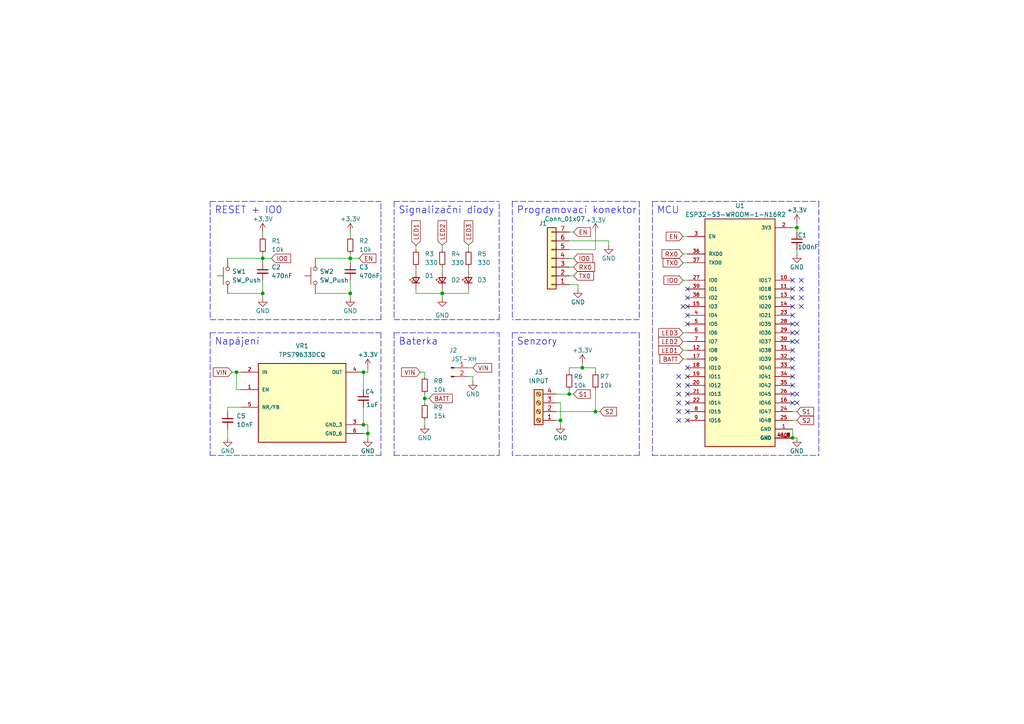
<source format=kicad_sch>
(kicad_sch (version 20211123) (generator eeschema)
  (paper "A4")
  (title_block (title "Sensor board") (date "2023-04-15") (rev "V1.0") (company "GORAK INDUSTRIES"))
  (lib_symbols
    (symbol "Connector:Conn_01x02_Male" (pin_names (offset 1.016) hide)
      (property "Reference" "J" (at 0 2.54 0))
      (property "Value" "Conn_01x02_Male" (at 0 -5.08 0))
      (symbol "Conn_01x02_Male_1_1"
        (polyline (pts (xy 1.27 -2.54) (xy 0.8636 -2.54)) (stroke (width 0.1524)))
        (polyline (pts (xy 1.27 0) (xy 0.8636 0)) (stroke (width 0.1524)))
        (rectangle (start 0.8636 -2.413) (end 0 -2.667) (stroke (width 0.1524)) (fill (type outline)))
        (rectangle (start 0.8636 0.127) (end 0 -0.127) (stroke (width 0.1524)) (fill (type outline)))
        (pin passive line (at 5.08 0 180) (length 3.81) (name "Pin_1") (number "1"))
        (pin passive line (at 5.08 -2.54 180) (length 3.81) (name "Pin_2") (number "2"))
      )
    )
    (symbol "Connector:Screw_Terminal_01x04" (pin_names (offset 1.016) hide)
      (property "Reference" "J" (at 0 5.08 0))
      (property "Value" "Screw_Terminal_01x04" (at 0 -7.62 0))
      (symbol "Screw_Terminal_01x04_1_1"
        (rectangle (start -1.27 3.81) (end 1.27 -6.35) (stroke (width 0.254)) (fill (type background)))
        (circle (center 0 -5.08) (radius 0.635) (stroke (width 0.1524)))
        (circle (center 0 -2.54) (radius 0.635) (stroke (width 0.1524)))
        (polyline (pts (xy -0.5334 -4.7498) (xy 0.3302 -5.588)) (stroke (width 0.1524)))
        (polyline (pts (xy -0.5334 -2.2098) (xy 0.3302 -3.048)) (stroke (width 0.1524)))
        (polyline (pts (xy -0.5334 0.3302) (xy 0.3302 -0.508)) (stroke (width 0.1524)))
        (polyline (pts (xy -0.5334 2.8702) (xy 0.3302 2.032)) (stroke (width 0.1524)))
        (polyline (pts (xy -0.3556 -4.572) (xy 0.508 -5.4102)) (stroke (width 0.1524)))
        (polyline (pts (xy -0.3556 -2.032) (xy 0.508 -2.8702)) (stroke (width 0.1524)))
        (polyline (pts (xy -0.3556 0.508) (xy 0.508 -0.3302)) (stroke (width 0.1524)))
        (polyline (pts (xy -0.3556 3.048) (xy 0.508 2.2098)) (stroke (width 0.1524)))
        (circle (center 0 0) (radius 0.635) (stroke (width 0.1524)))
        (circle (center 0 2.54) (radius 0.635) (stroke (width 0.1524)))
        (pin passive line (at -5.08 2.54 0) (length 3.81) (name "Pin_1") (number "1"))
        (pin passive line (at -5.08 0 0) (length 3.81) (name "Pin_2") (number "2"))
        (pin passive line (at -5.08 -2.54 0) (length 3.81) (name "Pin_3") (number "3"))
        (pin passive line (at -5.08 -5.08 0) (length 3.81) (name "Pin_4") (number "4"))
      )
    )
    (symbol "Connector_Generic:Conn_01x07" (pin_names (offset 1.016) hide)
      (property "Reference" "J" (at 0 10.16 0))
      (property "Value" "Conn_01x07" (at 0 -10.16 0))
      (symbol "Conn_01x07_1_1"
        (rectangle (start -1.27 -7.493) (end 0 -7.747) (stroke (width 0.1524)))
        (rectangle (start -1.27 -4.953) (end 0 -5.207) (stroke (width 0.1524)))
        (rectangle (start -1.27 -2.413) (end 0 -2.667) (stroke (width 0.1524)))
        (rectangle (start -1.27 0.127) (end 0 -0.127) (stroke (width 0.1524)))
        (rectangle (start -1.27 2.667) (end 0 2.413) (stroke (width 0.1524)))
        (rectangle (start -1.27 5.207) (end 0 4.953) (stroke (width 0.1524)))
        (rectangle (start -1.27 7.747) (end 0 7.493) (stroke (width 0.1524)))
        (rectangle (start -1.27 8.89) (end 1.27 -8.89) (stroke (width 0.254)) (fill (type background)))
        (pin passive line (at -5.08 7.62 0) (length 3.81) (name "Pin_1") (number "1"))
        (pin passive line (at -5.08 5.08 0) (length 3.81) (name "Pin_2") (number "2"))
        (pin passive line (at -5.08 2.54 0) (length 3.81) (name "Pin_3") (number "3"))
        (pin passive line (at -5.08 0 0) (length 3.81) (name "Pin_4") (number "4"))
        (pin passive line (at -5.08 -2.54 0) (length 3.81) (name "Pin_5") (number "5"))
        (pin passive line (at -5.08 -5.08 0) (length 3.81) (name "Pin_6") (number "6"))
        (pin passive line (at -5.08 -7.62 0) (length 3.81) (name "Pin_7") (number "7"))
      )
    )
    (symbol "Device:C_Small" (pin_numbers hide) (pin_names (offset 0.254) hide)
      (property "Reference" "C" (at 0.254 1.778 0))
      (property "Value" "C_Small" (at 0.254 -2.032 0))
      (symbol "C_Small_0_1"
        (polyline (pts (xy -1.524 -0.508) (xy 1.524 -0.508)) (stroke (width 0.3302)))
        (polyline (pts (xy -1.524 0.508) (xy 1.524 0.508)) (stroke (width 0.3048)))
      )
      (symbol "C_Small_1_1"
        (pin passive line (at 0 2.54 270) (length 2.032) (name "~") (number "1"))
        (pin passive line (at 0 -2.54 90) (length 2.032) (name "~") (number "2"))
      )
    )
    (symbol "Device:LED_Small" (pin_numbers hide) (pin_names (offset 0.254) hide)
      (property "Reference" "D" (at -1.27 3.175 0))
      (property "Value" "LED_Small" (at -4.445 -2.54 0))
      (symbol "LED_Small_0_1"
        (polyline (pts (xy -0.762 -1.016) (xy -0.762 1.016)) (stroke (width 0.254)))
        (polyline (pts (xy 1.016 0) (xy -0.762 0)))
        (polyline (pts (xy 0.762 -1.016) (xy -0.762 0) (xy 0.762 1.016) (xy 0.762 -1.016)) (stroke (width 0.254)))
        (polyline (pts (xy 0 0.762) (xy -0.508 1.27) (xy -0.254 1.27) (xy -0.508 1.27) (xy -0.508 1.016)))
        (polyline (pts (xy 0.508 1.27) (xy 0 1.778) (xy 0.254 1.778) (xy 0 1.778) (xy 0 1.524)))
      )
      (symbol "LED_Small_1_1"
        (pin passive line (at -2.54 0 0) (length 1.778) (name "K") (number "1"))
        (pin passive line (at 2.54 0 180) (length 1.778) (name "A") (number "2"))
      )
    )
    (symbol "Device:R_Small" (pin_numbers hide) (pin_names (offset 0.254) hide)
      (property "Reference" "R" (at 0.762 0.508 0))
      (property "Value" "R_Small" (at 0.762 -1.016 0))
      (symbol "R_Small_0_1"
        (rectangle (start -0.762 1.778) (end 0.762 -1.778) (stroke (width 0.2032)))
      )
      (symbol "R_Small_1_1"
        (pin passive line (at 0 2.54 270) (length 0.762) (name "~") (number "1"))
        (pin passive line (at 0 -2.54 90) (length 0.762) (name "~") (number "2"))
      )
    )
    (symbol "ESP32-S3-WROOM-1-N16R2:ESP32-S3-WROOM-1-N16R2" (pin_names (offset 1.016))
      (property "Reference" "U" (at -10.16 34.1122 0))
      (property "Value" "ESP32-S3-WROOM-1-N16R2" (at -10.16 -35.56 0))
      (symbol "ESP32-S3-WROOM-1-N16R2_0_0"
        (rectangle (start -10.16 -33.02) (end 10.16 33.02) (stroke (width 0.254)) (fill (type background)))
        (pin power_in line (at 15.24 -27.94 180) (length 5.08) (name "GND") (number "1"))
        (pin bidirectional line (at 15.24 15.24 180) (length 5.08) (name "IO17") (number "10"))
        (pin bidirectional line (at 15.24 12.7 180) (length 5.08) (name "IO18") (number "11"))
        (pin bidirectional line (at -15.24 -5.08 0) (length 5.08) (name "IO8") (number "12"))
        (pin bidirectional line (at 15.24 10.16 180) (length 5.08) (name "IO19") (number "13"))
        (pin bidirectional line (at 15.24 7.62 180) (length 5.08) (name "IO20") (number "14"))
        (pin bidirectional line (at -15.24 7.62 0) (length 5.08) (name "IO3") (number "15"))
        (pin bidirectional line (at 15.24 -20.32 180) (length 5.08) (name "IO46") (number "16"))
        (pin bidirectional line (at -15.24 -7.62 0) (length 5.08) (name "IO9") (number "17"))
        (pin bidirectional line (at -15.24 -10.16 0) (length 5.08) (name "IO10") (number "18"))
        (pin bidirectional line (at -15.24 -12.7 0) (length 5.08) (name "IO11") (number "19"))
        (pin power_in line (at 15.24 30.48 180) (length 5.08) (name "3V3") (number "2"))
        (pin bidirectional line (at -15.24 -15.24 0) (length 5.08) (name "IO12") (number "20"))
        (pin bidirectional line (at -15.24 -17.78 0) (length 5.08) (name "IO13") (number "21"))
        (pin bidirectional line (at -15.24 -20.32 0) (length 5.08) (name "IO14") (number "22"))
        (pin bidirectional line (at 15.24 5.08 180) (length 5.08) (name "IO21") (number "23"))
        (pin bidirectional line (at 15.24 -22.86 180) (length 5.08) (name "IO47") (number "24"))
        (pin bidirectional line (at 15.24 -25.4 180) (length 5.08) (name "IO48") (number "25"))
        (pin bidirectional line (at 15.24 -17.78 180) (length 5.08) (name "IO45") (number "26"))
        (pin bidirectional line (at -15.24 15.24 0) (length 5.08) (name "IO0") (number "27"))
        (pin bidirectional line (at 15.24 2.54 180) (length 5.08) (name "IO35") (number "28"))
        (pin bidirectional line (at 15.24 0 180) (length 5.08) (name "IO36") (number "29"))
        (pin input line (at -15.24 27.94 0) (length 5.08) (name "EN") (number "3"))
        (pin bidirectional line (at 15.24 -2.54 180) (length 5.08) (name "IO37") (number "30"))
        (pin bidirectional line (at 15.24 -5.08 180) (length 5.08) (name "IO38") (number "31"))
        (pin bidirectional line (at 15.24 -7.62 180) (length 5.08) (name "IO39") (number "32"))
        (pin bidirectional line (at 15.24 -10.16 180) (length 5.08) (name "IO40") (number "33"))
        (pin bidirectional line (at 15.24 -12.7 180) (length 5.08) (name "IO41") (number "34"))
        (pin bidirectional line (at 15.24 -15.24 180) (length 5.08) (name "IO42") (number "35"))
        (pin bidirectional line (at -15.24 22.86 0) (length 5.08) (name "RXD0") (number "36"))
        (pin bidirectional line (at -15.24 20.32 0) (length 5.08) (name "TXD0") (number "37"))
        (pin bidirectional line (at -15.24 10.16 0) (length 5.08) (name "IO2") (number "38"))
        (pin bidirectional line (at -15.24 12.7 0) (length 5.08) (name "IO1") (number "39"))
        (pin bidirectional line (at -15.24 5.08 0) (length 5.08) (name "IO4") (number "4"))
        (pin power_in line (at 15.24 -30.48 180) (length 5.08) (name "GND") (number "40"))
        (pin power_in line (at 15.24 -30.48 180) (length 5.08) (name "GND") (number "41_1"))
        (pin power_in line (at 15.24 -30.48 180) (length 5.08) (name "GND") (number "41_2"))
        (pin power_in line (at 15.24 -30.48 180) (length 5.08) (name "GND") (number "41_3"))
        (pin power_in line (at 15.24 -30.48 180) (length 5.08) (name "GND") (number "41_4"))
        (pin power_in line (at 15.24 -30.48 180) (length 5.08) (name "GND") (number "41_5"))
        (pin power_in line (at 15.24 -30.48 180) (length 5.08) (name "GND") (number "41_6"))
        (pin power_in line (at 15.24 -30.48 180) (length 5.08) (name "GND") (number "41_7"))
        (pin power_in line (at 15.24 -30.48 180) (length 5.08) (name "GND") (number "41_8"))
        (pin power_in line (at 15.24 -30.48 180) (length 5.08) (name "GND") (number "41_9"))
        (pin bidirectional line (at -15.24 2.54 0) (length 5.08) (name "IO5") (number "5"))
        (pin bidirectional line (at -15.24 0 0) (length 5.08) (name "IO6") (number "6"))
        (pin bidirectional line (at -15.24 -2.54 0) (length 5.08) (name "IO7") (number "7"))
        (pin bidirectional line (at -15.24 -22.86 0) (length 5.08) (name "IO15") (number "8"))
        (pin bidirectional line (at -15.24 -25.4 0) (length 5.08) (name "IO16") (number "9"))
      )
    )
    (symbol "Switch:SW_Push" (pin_numbers hide) (pin_names (offset 1.016) hide)
      (property "Reference" "SW" (at 1.27 2.54 0))
      (property "Value" "SW_Push" (at 0 -1.524 0))
      (symbol "SW_Push_0_1"
        (circle (center -2.032 0) (radius 0.508))
        (polyline (pts (xy 0 1.27) (xy 0 3.048)))
        (polyline (pts (xy 2.54 1.27) (xy -2.54 1.27)))
        (circle (center 2.032 0) (radius 0.508))
        (pin passive line (at -5.08 0 0) (length 2.54) (name "1") (number "1"))
        (pin passive line (at 5.08 0 180) (length 2.54) (name "2") (number "2"))
      )
    )
    (symbol "TP4056:TPS79633DCQ" (pin_names (offset 1.016))
      (property "Reference" "VR" (at -12.7 11.16 0))
      (property "Value" "TPS79633DCQ" (at -12.7 -14.16 0))
      (symbol "TPS79633DCQ_0_0"
        (rectangle (start -12.7 -12.7) (end 12.7 10.16) (stroke (width 0.254)) (fill (type background)))
        (pin input line (at -17.78 2.54 0) (length 5.08) (name "EN") (number "1"))
        (pin input line (at -17.78 7.62 0) (length 5.08) (name "IN") (number "2"))
        (pin power_in line (at 17.78 -7.62 180) (length 5.08) (name "GND_3") (number "3"))
        (pin output line (at 17.78 7.62 180) (length 5.08) (name "OUT") (number "4"))
        (pin bidirectional line (at -17.78 -2.54 0) (length 5.08) (name "NR/FB") (number "5"))
        (pin power_in line (at 17.78 -10.16 180) (length 5.08) (name "GND_6") (number "6"))
      )
    )
    (symbol "power:+3.3V" (power) (pin_names (offset 0))
      (property "Value" "+3.3V" (at 0 3.556 0))
      (symbol "+3.3V_0_1"
        (polyline (pts (xy -0.762 1.27) (xy 0 2.54)))
        (polyline (pts (xy 0 0) (xy 0 2.54)))
        (polyline (pts (xy 0 2.54) (xy 0.762 1.27)))
      )
      (symbol "+3.3V_1_1"
        (pin power_in line (at 0 0 90) (length 0) hide (name "+3.3V") (number "1"))
      )
    )
    (symbol "power:GND" (power) (pin_names (offset 0))
      (property "Value" "GND" (at 0 -3.81 0))
      (symbol "GND_0_1"
        (polyline (pts (xy 0 0) (xy 0 -1.27) (xy 1.27 -1.27) (xy 0 -2.54) (xy -1.27 -1.27) (xy 0 -1.27)))
      )
      (symbol "GND_1_1"
        (pin power_in line (at 0 0 270) (length 0) hide (name "GND") (number "1"))
      )
    )
  )
  (junction (at 105.41 107.95))
  (junction (at 128.27 85.09))
  (junction (at 231.14 66.04))
  (junction (at 101.6 74.93))
  (junction (at 76.2 85.09))
  (junction (at 229.87 127))
  (junction (at 172.72 119.38))
  (junction (at 168.91 106.68))
  (junction (at 106.68 125.73))
  (junction (at 123.19 115.57))
  (junction (at 76.2 74.93))
  (junction (at 162.56 121.92))
  (junction (at 165.1 114.3))
  (junction (at 101.6 85.09))
  (junction (at 68.58 107.95))
  (junction (at 105.41 123.19))
  (no_connect (at 229.87 109.22))
  (no_connect (at 229.87 104.14))
  (no_connect (at 229.87 106.68))
  (no_connect (at 229.87 81.28))
  (no_connect (at 229.87 83.82))
  (no_connect (at 229.87 101.6))
  (no_connect (at 229.87 111.76))
  (no_connect (at 229.87 88.9))
  (no_connect (at 229.87 86.36))
  (no_connect (at 229.87 91.44))
  (no_connect (at 229.87 99.06))
  (no_connect (at 199.39 116.84))
  (no_connect (at 229.87 93.98))
  (no_connect (at 199.39 121.92))
  (no_connect (at 199.39 88.9))
  (no_connect (at 199.39 83.82))
  (no_connect (at 199.39 114.3))
  (no_connect (at 199.39 111.76))
  (no_connect (at 199.39 119.38))
  (no_connect (at 199.39 109.22))
  (no_connect (at 231.14 114.3))
  (no_connect (at 229.87 114.3))
  (no_connect (at 198.12 88.9))
  (no_connect (at 229.87 116.84))
  (no_connect (at 199.39 106.68))
  (no_connect (at 231.14 96.52))
  (no_connect (at 199.39 93.98))
  (no_connect (at 199.39 91.44))
  (no_connect (at 196.85 111.76))
  (no_connect (at 196.85 114.3))
  (no_connect (at 196.85 109.22))
  (no_connect (at 196.85 119.38))
  (no_connect (at 196.85 116.84))
  (no_connect (at 232.41 83.82))
  (no_connect (at 232.41 88.9))
  (no_connect (at 232.41 86.36))
  (no_connect (at 232.41 81.28))
  (no_connect (at 196.85 121.92))
  (no_connect (at 231.14 93.98))
  (no_connect (at 199.39 86.36))
  (no_connect (at 229.87 96.52))
  (no_connect (at 231.14 116.84))
  (no_connect (at 231.14 99.06))
  (polyline (pts (xy 185.42 132.08) (xy 148.59 132.08)))
  (polyline (pts (xy 110.49 96.52) (xy 110.49 132.08)))
  (wire (pts (xy 128.27 85.09) (xy 128.27 86.36)))
  (polyline (pts (xy 60.96 96.52) (xy 110.49 96.52)))
  (polyline (pts (xy 189.23 58.42) (xy 237.49 58.42)))
  (wire (pts (xy 172.72 106.68) (xy 172.72 107.95)))
  (polyline (pts (xy 185.42 58.42) (xy 185.42 92.71)))
  (wire (pts (xy 198.12 81.28) (xy 199.39 81.28)))
  (wire (pts (xy 165.1 77.47) (xy 166.37 77.47)))
  (wire (pts (xy 101.6 74.93) (xy 101.6 76.2)))
  (polyline (pts (xy 60.96 96.52) (xy 60.96 132.08)))
  (wire (pts (xy 76.2 85.09) (xy 76.2 81.28)))
  (wire (pts (xy 123.19 115.57) (xy 123.19 116.84)))
  (polyline (pts (xy 189.23 58.42) (xy 189.23 132.08)))
  (wire (pts (xy 101.6 67.31) (xy 101.6 68.58)))
  (wire (pts (xy 66.04 85.09) (xy 76.2 85.09)))
  (wire (pts (xy 101.6 73.66) (xy 101.6 74.93)))
  (polyline (pts (xy 60.96 58.42) (xy 60.96 92.71)))
  (wire (pts (xy 161.29 114.3) (xy 165.1 114.3)))
  (wire (pts (xy 231.14 66.04) (xy 231.14 67.31)))
  (wire (pts (xy 198.12 76.2) (xy 199.39 76.2)))
  (wire (pts (xy 128.27 83.82) (xy 128.27 85.09)))
  (wire (pts (xy 229.87 66.04) (xy 231.14 66.04)))
  (wire (pts (xy 135.89 71.12) (xy 135.89 72.39)))
  (wire (pts (xy 229.87 127) (xy 231.14 127)))
  (wire (pts (xy 128.27 71.12) (xy 128.27 72.39)))
  (wire (pts (xy 128.27 77.47) (xy 128.27 78.74)))
  (wire (pts (xy 161.29 121.92) (xy 162.56 121.92)))
  (wire (pts (xy 68.58 107.95) (xy 69.85 107.95)))
  (wire (pts (xy 123.19 107.95) (xy 123.19 109.22)))
  (wire (pts (xy 231.14 64.77) (xy 231.14 66.04)))
  (polyline (pts (xy 60.96 58.42) (xy 110.49 58.42)))
  (wire (pts (xy 128.27 85.09) (xy 135.89 85.09)))
  (wire (pts (xy 120.65 77.47) (xy 120.65 78.74)))
  (polyline (pts (xy 148.59 58.42) (xy 185.42 58.42)))
  (wire (pts (xy 229.87 119.38) (xy 231.14 119.38)))
  (wire (pts (xy 76.2 74.93) (xy 78.74 74.93)))
  (wire (pts (xy 168.91 106.68) (xy 172.72 106.68)))
  (wire (pts (xy 66.04 118.11) (xy 66.04 119.38)))
  (polyline (pts (xy 148.59 58.42) (xy 148.59 92.71)))
  (wire (pts (xy 105.41 107.95) (xy 106.68 107.95)))
  (polyline (pts (xy 114.3 92.71) (xy 144.78 92.71)))
  (wire (pts (xy 123.19 115.57) (xy 124.46 115.57)))
  (polyline (pts (xy 185.42 96.52) (xy 185.42 132.08)))
  (wire (pts (xy 106.68 127) (xy 106.68 125.73)))
  (wire (pts (xy 162.56 121.92) (xy 162.56 123.19)))
  (wire (pts (xy 135.89 85.09) (xy 135.89 83.82)))
  (wire (pts (xy 123.19 114.3) (xy 123.19 115.57)))
  (wire (pts (xy 135.89 106.68) (xy 137.16 106.68)))
  (wire (pts (xy 137.16 109.22) (xy 137.16 110.49)))
  (wire (pts (xy 135.89 109.22) (xy 137.16 109.22)))
  (wire (pts (xy 165.1 67.31) (xy 166.37 67.31)))
  (wire (pts (xy 165.1 114.3) (xy 166.37 114.3)))
  (polyline (pts (xy 114.3 58.42) (xy 114.3 92.71)))
  (wire (pts (xy 165.1 72.39) (xy 172.72 72.39)))
  (wire (pts (xy 198.12 101.6) (xy 199.39 101.6)))
  (wire (pts (xy 198.12 96.52) (xy 199.39 96.52)))
  (wire (pts (xy 165.1 82.55) (xy 167.64 82.55)))
  (wire (pts (xy 172.72 119.38) (xy 173.99 119.38)))
  (wire (pts (xy 101.6 74.93) (xy 104.14 74.93)))
  (wire (pts (xy 105.41 118.11) (xy 105.41 123.19)))
  (polyline (pts (xy 114.3 132.08) (xy 144.78 132.08)))
  (wire (pts (xy 120.65 71.12) (xy 120.65 72.39)))
  (wire (pts (xy 120.65 83.82) (xy 120.65 85.09)))
  (wire (pts (xy 198.12 99.06) (xy 199.39 99.06)))
  (wire (pts (xy 68.58 107.95) (xy 68.58 113.03)))
  (wire (pts (xy 105.41 107.95) (xy 105.41 113.03)))
  (wire (pts (xy 168.91 105.41) (xy 168.91 106.68)))
  (wire (pts (xy 165.1 80.01) (xy 166.37 80.01)))
  (wire (pts (xy 167.64 82.55) (xy 167.64 83.82)))
  (wire (pts (xy 67.31 107.95) (xy 68.58 107.95)))
  (wire (pts (xy 176.53 69.85) (xy 165.1 69.85)))
  (wire (pts (xy 106.68 106.68) (xy 106.68 107.95)))
  (wire (pts (xy 198.12 68.58) (xy 199.39 68.58)))
  (wire (pts (xy 123.19 121.92) (xy 123.19 123.19)))
  (wire (pts (xy 172.72 72.39) (xy 172.72 67.31)))
  (wire (pts (xy 172.72 113.03) (xy 172.72 119.38)))
  (polyline (pts (xy 189.23 132.08) (xy 237.49 132.08)))
  (wire (pts (xy 66.04 118.11) (xy 69.85 118.11)))
  (polyline (pts (xy 114.3 58.42) (xy 144.78 58.42)))
  (wire (pts (xy 66.04 74.93) (xy 76.2 74.93)))
  (wire (pts (xy 69.85 113.03) (xy 68.58 113.03)))
  (wire (pts (xy 229.87 124.46) (xy 229.87 127)))
  (wire (pts (xy 162.56 116.84) (xy 162.56 121.92)))
  (polyline (pts (xy 114.3 96.52) (xy 144.78 96.52)))
  (wire (pts (xy 229.87 121.92) (xy 231.14 121.92)))
  (polyline (pts (xy 148.59 96.52) (xy 185.42 96.52)))
  (wire (pts (xy 76.2 86.36) (xy 76.2 85.09)))
  (wire (pts (xy 176.53 71.12) (xy 176.53 69.85)))
  (polyline (pts (xy 110.49 92.71) (xy 110.49 58.42)))
  (wire (pts (xy 120.65 85.09) (xy 128.27 85.09)))
  (wire (pts (xy 76.2 74.93) (xy 76.2 76.2)))
  (wire (pts (xy 91.44 85.09) (xy 101.6 85.09)))
  (polyline (pts (xy 114.3 96.52) (xy 114.3 132.08)))
  (polyline (pts (xy 185.42 92.71) (xy 148.59 92.71)))
  (wire (pts (xy 106.68 123.19) (xy 106.68 125.73)))
  (polyline (pts (xy 144.78 92.71) (xy 144.78 58.42)))
  (wire (pts (xy 76.2 67.31) (xy 76.2 68.58)))
  (polyline (pts (xy 60.96 132.08) (xy 110.49 132.08)))
  (polyline (pts (xy 148.59 96.52) (xy 148.59 132.08)))
  (polyline (pts (xy 144.78 132.08) (xy 144.78 96.52)))
  (wire (pts (xy 172.72 119.38) (xy 161.29 119.38)))
  (wire (pts (xy 198.12 73.66) (xy 199.39 73.66)))
  (wire (pts (xy 161.29 116.84) (xy 162.56 116.84)))
  (wire (pts (xy 165.1 107.95) (xy 165.1 106.68)))
  (wire (pts (xy 91.44 74.93) (xy 101.6 74.93)))
  (wire (pts (xy 165.1 106.68) (xy 168.91 106.68)))
  (wire (pts (xy 101.6 85.09) (xy 101.6 81.28)))
  (wire (pts (xy 165.1 74.93) (xy 166.37 74.93)))
  (wire (pts (xy 66.04 124.46) (xy 66.04 127)))
  (wire (pts (xy 165.1 113.03) (xy 165.1 114.3)))
  (wire (pts (xy 231.14 72.39) (xy 231.14 73.66)))
  (wire (pts (xy 76.2 73.66) (xy 76.2 74.93)))
  (polyline (pts (xy 60.96 92.71) (xy 110.49 92.71)))
  (polyline (pts (xy 237.49 58.42) (xy 237.49 132.08)))
  (wire (pts (xy 105.41 123.19) (xy 106.68 123.19)))
  (wire (pts (xy 101.6 86.36) (xy 101.6 85.09)))
  (wire (pts (xy 135.89 77.47) (xy 135.89 78.74)))
  (wire (pts (xy 198.12 104.14) (xy 199.39 104.14)))
  (wire (pts (xy 105.41 125.73) (xy 106.68 125.73)))
  (wire (pts (xy 121.92 107.95) (xy 123.19 107.95)))
  (text "Napájení\n" (at 62.23 100.33 0) (effects (font (size 2 2)) (justify left bottom)))
  (text "RESET + IO0\n" (at 62.23 62.23 0) (effects (font (size 2 2)) (justify left bottom)))
  (text "Programovací konektor\n" (at 149.86 62.23 0) (effects (font (size 2 2)) (justify left bottom)))
  (text "Baterka\n" (at 115.57 100.33 0) (effects (font (size 2 2)) (justify left bottom)))
  (text "MCU\n" (at 190.5 62.23 0) (effects (font (size 2 2)) (justify left bottom)))
  (text "Signalizační diody\n" (at 115.57 62.23 0) (effects (font (size 2 2)) (justify left bottom)))
  (text "Senzory\n" (at 149.86 100.33 0) (effects (font (size 2 2)) (justify left bottom)))
  (global_label "RX0" (shape input) (at 166.37 77.47 0) (property "Intersheet References" "${INTERSHEET_REFS}" (effects hide)))
  (global_label "S1" (shape input) (at 231.14 119.38 0) (property "Intersheet References" "${INTERSHEET_REFS}" (effects hide)))
  (global_label "VIN" (shape input) (at 67.31 107.95 180) (property "Intersheet References" "${INTERSHEET_REFS}" (effects hide)))
  (global_label "TX0" (shape input) (at 198.12 76.2 180) (property "Intersheet References" "${INTERSHEET_REFS}" (effects hide)))
  (global_label "LED2" (shape input) (at 128.27 71.12 90) (property "Intersheet References" "${INTERSHEET_REFS}" (effects hide)))
  (global_label "LED1" (shape input) (at 120.65 71.12 90) (property "Intersheet References" "${INTERSHEET_REFS}" (effects hide)))
  (global_label "EN" (shape input) (at 104.14 74.93 0) (property "Intersheet References" "${INTERSHEET_REFS}" (effects hide)))
  (global_label "VIN" (shape input) (at 121.92 107.95 180) (property "Intersheet References" "${INTERSHEET_REFS}" (effects hide)))
  (global_label "LED3" (shape input) (at 198.12 96.52 180) (property "Intersheet References" "${INTERSHEET_REFS}" (effects hide)))
  (global_label "IO0" (shape input) (at 198.12 81.28 180) (property "Intersheet References" "${INTERSHEET_REFS}" (effects hide)))
  (global_label "S2" (shape input) (at 173.99 119.38 0) (property "Intersheet References" "${INTERSHEET_REFS}" (effects hide)))
  (global_label "BATT" (shape input) (at 124.46 115.57 0) (property "Intersheet References" "${INTERSHEET_REFS}" (effects hide)))
  (global_label "S2" (shape input) (at 231.14 121.92 0) (property "Intersheet References" "${INTERSHEET_REFS}" (effects hide)))
  (global_label "LED1" (shape input) (at 198.12 101.6 180) (property "Intersheet References" "${INTERSHEET_REFS}" (effects hide)))
  (global_label "EN" (shape input) (at 166.37 67.31 0) (property "Intersheet References" "${INTERSHEET_REFS}" (effects hide)))
  (global_label "LED3" (shape input) (at 135.89 71.12 90) (property "Intersheet References" "${INTERSHEET_REFS}" (effects hide)))
  (global_label "RX0" (shape input) (at 198.12 73.66 180) (property "Intersheet References" "${INTERSHEET_REFS}" (effects hide)))
  (global_label "EN" (shape input) (at 198.12 68.58 180) (property "Intersheet References" "${INTERSHEET_REFS}" (effects hide)))
  (global_label "TX0" (shape input) (at 166.37 80.01 0) (property "Intersheet References" "${INTERSHEET_REFS}" (effects hide)))
  (global_label "IO0" (shape input) (at 166.37 74.93 0) (property "Intersheet References" "${INTERSHEET_REFS}" (effects hide)))
  (global_label "BATT" (shape input) (at 198.12 104.14 180) (property "Intersheet References" "${INTERSHEET_REFS}" (effects hide)))
  (global_label "S1" (shape input) (at 166.37 114.3 0) (property "Intersheet References" "${INTERSHEET_REFS}" (effects hide)))
  (global_label "IO0" (shape input) (at 78.74 74.93 0) (property "Intersheet References" "${INTERSHEET_REFS}" (effects hide)))
  (global_label "VIN" (shape input) (at 137.16 106.68 0) (property "Intersheet References" "${INTERSHEET_REFS}" (effects hide)))
  (global_label "LED2" (shape input) (at 198.12 99.06 180) (property "Intersheet References" "${INTERSHEET_REFS}" (effects hide)))
  (symbol (lib_id "Device:R_Small") (at 120.65 74.93 0) (unit 1)
    (property "Reference" "R3" (at 123.19 73.6599 0) (effects (justify left)))
    (property "Value" "330" (at 123.19 76.1999 0) (effects (justify left)))
    (property "Footprint" "Resistor_SMD:R_0805_2012Metric_Pad1.20x1.40mm_HandSolder" (effects hide))
  )
  (symbol (lib_id "power:GND") (at 101.6 86.36 0) (unit 1)
    (property "Reference" "#PWR09" (effects hide))
    (property "Value" "GND" (at 101.6 90.17 0))
  )
  (symbol (lib_id "power:GND") (at 66.04 127 0) (unit 1)
    (property "Reference" "#PWR016" (effects hide))
    (property "Value" "GND" (at 66.04 130.81 0))
  )
  (symbol (lib_id "Device:R_Small") (at 135.89 74.93 0) (unit 1)
    (property "Reference" "R5" (at 138.43 73.6599 0) (effects (justify left)))
    (property "Value" "330" (at 138.43 76.1999 0) (effects (justify left)))
    (property "Footprint" "Resistor_SMD:R_0805_2012Metric_Pad1.20x1.40mm_HandSolder" (effects hide))
  )
  (symbol (lib_id "power:+3.3V") (at 101.6 67.31 0) (unit 1)
    (property "Reference" "#PWR03" (effects hide))
    (property "Value" "+3.3V" (at 101.6 63.5 0))
  )
  (symbol (lib_id "TP4056:TPS79633DCQ") (at 87.63 115.57 0) (unit 1)
    (property "Reference" "VR1" (at 87.63 100.33 0))
    (property "Value" "TPS79633DCQ" (at 87.63 102.87 0))
    (property "Footprint" "TPS79633DCQ:VREG_TPS79633DCQ" (effects hide))
    (property "MANUFACTURER" "Texas Instruments" (effects hide))
    (property "PARTREV" "P" (effects hide))
    (property "STANDARD" "Manufacturer Recommendations" (effects hide))
    (property "MAXIMUM_PACKAGE_HEIGHT" "1.8 mm" (effects hide))
  )
  (symbol (lib_id "Device:LED_Small") (at 120.65 81.28 90) (unit 1)
    (property "Reference" "D1" (at 123.19 79.9464 90) (effects (justify right)))
    (property "Value" "LED_Small" (effects hide))
    (property "Footprint" "LED_SMD:LED_0805_2012Metric_Pad1.15x1.40mm_HandSolder" (effects hide))
  )
  (symbol (lib_id "power:+3.3V") (at 168.91 105.41 0) (unit 1)
    (property "Reference" "#PWR011" (effects hide))
    (property "Value" "+3.3V" (at 168.91 101.6 0))
  )
  (symbol (lib_id "power:+3.3V") (at 106.68 106.68 0) (unit 1)
    (property "Reference" "#PWR012" (effects hide))
    (property "Value" "+3.3V" (at 106.68 102.87 0))
  )
  (symbol (lib_id "ESP32-S3-WROOM-1-N16R2:ESP32-S3-WROOM-1-N16R2") (at 214.63 96.52 0) (unit 1)
    (property "Reference" "U1" (at 214.63 59.69 0))
    (property "Value" "ESP32-S3-WROOM-1-N16R2" (at 213.36 62.23 0))
    (property "Footprint" "esp32S3:XCVR_ESP32-S3-WROOM-1-N16R2" (effects hide))
    (property "PARTREV" "v1.0" (effects hide))
    (property "MAXIMUM_PACKAGE_HEIGHT" "3.25mm" (effects hide))
    (property "STANDARD" "Manufacturer Recommendations" (effects hide))
    (property "MANUFACTURER" "Espressif" (effects hide))
  )
  (symbol (lib_id "Device:R_Small") (at 101.6 71.12 0) (unit 1)
    (property "Reference" "R2" (at 104.14 69.8499 0) (effects (justify left)))
    (property "Value" "10k" (at 104.14 72.3899 0) (effects (justify left)))
    (property "Footprint" "Resistor_SMD:R_0805_2012Metric_Pad1.20x1.40mm_HandSolder" (effects hide))
  )
  (symbol (lib_id "power:GND") (at 231.14 73.66 0) (unit 1)
    (property "Reference" "#PWR06" (effects hide))
    (property "Value" "GND" (at 231.14 77.47 0))
  )
  (symbol (lib_id "Device:C_Small") (at 76.2 78.74 0) (unit 1)
    (property "Reference" "C2" (at 78.74 77.4762 0) (effects (justify left)))
    (property "Value" "470nF" (at 78.74 80.0162 0) (effects (justify left)))
    (property "Footprint" "Capacitor_SMD:C_0805_2012Metric_Pad1.18x1.45mm_HandSolder" (effects hide))
  )
  (symbol (lib_id "power:GND") (at 128.27 86.36 0) (unit 1)
    (property "Reference" "#PWR010" (effects hide))
    (property "Value" "GND" (at 128.27 91.44 0))
  )
  (symbol (lib_id "Device:R_Small") (at 165.1 110.49 0) (unit 1)
    (property "Reference" "R6" (at 166.37 109.22 0) (effects (justify left)))
    (property "Value" "10k" (at 166.37 111.76 0) (effects (justify left)))
    (property "Footprint" "Resistor_SMD:R_0805_2012Metric_Pad1.20x1.40mm_HandSolder" (effects hide))
  )
  (symbol (lib_id "Device:C_Small") (at 66.04 121.92 0) (unit 1)
    (property "Reference" "C5" (at 68.58 120.6562 0) (effects (justify left)))
    (property "Value" "10nF" (at 68.58 123.1962 0) (effects (justify left)))
    (property "Footprint" "Capacitor_SMD:C_0805_2012Metric_Pad1.18x1.45mm_HandSolder" (effects hide))
  )
  (symbol (lib_id "Connector:Screw_Terminal_01x04") (at 156.21 119.38 180) (unit 1)
    (property "Reference" "J3" (at 156.21 107.95 0))
    (property "Value" "INPUT" (at 156.21 110.49 0))
    (property "Footprint" "TerminalBlock_RND:TerminalBlock_RND_205-00014_1x04_P5.00mm_Horizontal" (effects hide))
  )
  (symbol (lib_id "Connector_Generic:Conn_01x07") (at 160.02 74.93 180) (unit 1)
    (property "Reference" "J1" (at 157.48 64.77 0))
    (property "Value" "Conn_01x07" (at 163.83 63.5 0))
    (property "Footprint" "Connector_PinHeader_2.54mm:PinHeader_1x07_P2.54mm_Vertical" (effects hide))
  )
  (symbol (lib_id "Device:LED_Small") (at 128.27 81.28 90) (unit 1)
    (property "Reference" "D2" (at 130.81 81.2164 90) (effects (justify right)))
    (property "Value" "LED_Small" (effects hide))
    (property "Footprint" "LED_SMD:LED_0805_2012Metric_Pad1.15x1.40mm_HandSolder" (effects hide))
  )
  (symbol (lib_id "Device:C_Small") (at 101.6 78.74 0) (unit 1)
    (property "Reference" "C3" (at 104.14 77.4762 0) (effects (justify left)))
    (property "Value" "470nF" (at 104.14 80.0162 0) (effects (justify left)))
    (property "Footprint" "Capacitor_SMD:C_0805_2012Metric_Pad1.18x1.45mm_HandSolder" (effects hide))
  )
  (symbol (lib_id "Device:C_Small") (at 231.14 69.85 0) (unit 1)
    (property "Reference" "C1" (at 231.3196 68.2201 0) (effects (justify left)))
    (property "Value" "100nF" (at 231.3196 71.6513 0) (effects (justify left)))
    (property "Footprint" "Capacitor_SMD:C_0805_2012Metric_Pad1.18x1.45mm_HandSolder" (effects hide))
  )
  (symbol (lib_id "Device:LED_Small") (at 135.89 81.28 90) (unit 1)
    (property "Reference" "D3" (at 138.43 81.2164 90) (effects (justify right)))
    (property "Value" "LED_Small" (effects hide))
    (property "Footprint" "LED_SMD:LED_0805_2012Metric_Pad1.15x1.40mm_HandSolder" (effects hide))
  )
  (symbol (lib_id "Switch:SW_Push") (at 91.44 80.01 90) (unit 1)
    (property "Reference" "SW2" (at 92.71 78.7399 90) (effects (justify right)))
    (property "Value" "SW_Push" (at 92.71 81.2799 90) (effects (justify right)))
    (property "Footprint" "Button_Switch_SMD:SW_SPST_CK_RS282G05A3" (effects hide))
  )
  (symbol (lib_id "power:GND") (at 123.19 123.19 0) (unit 1)
    (property "Reference" "#PWR014" (effects hide))
    (property "Value" "GND" (at 123.19 127 0))
  )
  (symbol (lib_id "Device:R_Small") (at 76.2 71.12 0) (unit 1)
    (property "Reference" "R1" (at 78.74 69.8499 0) (effects (justify left)))
    (property "Value" "10k" (at 78.74 72.3899 0) (effects (justify left)))
    (property "Footprint" "Resistor_SMD:R_0805_2012Metric_Pad1.20x1.40mm_HandSolder" (effects hide))
  )
  (symbol (lib_id "Device:R_Small") (at 172.72 110.49 0) (unit 1)
    (property "Reference" "R7" (at 173.99 109.22 0) (effects (justify left)))
    (property "Value" "10k" (at 173.99 111.76 0) (effects (justify left)))
    (property "Footprint" "Resistor_SMD:R_0805_2012Metric_Pad1.20x1.40mm_HandSolder" (effects hide))
  )
  (symbol (lib_id "power:GND") (at 231.14 127 0) (unit 1)
    (property "Reference" "#PWR018" (effects hide))
    (property "Value" "GND" (at 231.14 130.81 0))
  )
  (symbol (lib_id "power:+3.3V") (at 172.72 67.31 0) (unit 1)
    (property "Reference" "#PWR04" (effects hide))
    (property "Value" "+3.3V" (at 172.7903 63.8765 0))
  )
  (symbol (lib_id "Connector:Conn_01x02_Male") (at 130.81 106.68 0) (unit 1)
    (property "Reference" "J2" (at 131.445 101.6 0))
    (property "Value" "JST-XH" (at 134.62 104.14 0))
    (property "Footprint" "Connector_PinHeader_2.54mm:PinHeader_1x02_P2.54mm_Vertical" (effects hide))
  )
  (symbol (lib_id "power:GND") (at 167.64 83.82 0) (unit 1)
    (property "Reference" "#PWR07" (effects hide))
    (property "Value" "GND" (at 167.64 87.63 0))
  )
  (symbol (lib_id "power:GND") (at 137.16 110.49 0) (unit 1)
    (property "Reference" "#PWR013" (effects hide))
    (property "Value" "GND" (at 137.16 114.3 0))
  )
  (symbol (lib_id "Device:R_Small") (at 123.19 119.38 0) (unit 1)
    (property "Reference" "R9" (at 125.73 118.1099 0) (effects (justify left)))
    (property "Value" "15k" (at 125.73 120.6499 0) (effects (justify left)))
    (property "Footprint" "Resistor_SMD:R_0805_2012Metric_Pad1.20x1.40mm_HandSolder" (effects hide))
  )
  (symbol (lib_id "Switch:SW_Push") (at 66.04 80.01 90) (unit 1)
    (property "Reference" "SW1" (at 67.31 78.7399 90) (effects (justify right)))
    (property "Value" "SW_Push" (at 67.31 81.2799 90) (effects (justify right)))
    (property "Footprint" "Button_Switch_SMD:SW_SPST_CK_RS282G05A3" (effects hide))
  )
  (symbol (lib_id "power:GND") (at 76.2 86.36 0) (unit 1)
    (property "Reference" "#PWR08" (effects hide))
    (property "Value" "GND" (at 76.2 90.17 0))
  )
  (symbol (lib_id "Device:R_Small") (at 123.19 111.76 0) (unit 1)
    (property "Reference" "R8" (at 125.73 110.4899 0) (effects (justify left)))
    (property "Value" "10k" (at 125.73 113.0299 0) (effects (justify left)))
    (property "Footprint" "Resistor_SMD:R_0805_2012Metric_Pad1.20x1.40mm_HandSolder" (effects hide))
  )
  (symbol (lib_id "power:GND") (at 106.68 127 0) (unit 1)
    (property "Reference" "#PWR017" (effects hide))
    (property "Value" "GND" (at 106.68 130.81 0))
  )
  (symbol (lib_id "Device:C_Small") (at 105.41 115.57 0) (unit 1)
    (property "Reference" "C4" (at 105.8826 113.6404 0) (effects (justify left)))
    (property "Value" "1uF" (at 106.1517 117.3743 0) (effects (justify left)))
    (property "Footprint" "Capacitor_SMD:C_0805_2012Metric_Pad1.18x1.45mm_HandSolder" (effects hide))
  )
  (symbol (lib_id "power:GND") (at 176.53 71.12 0) (unit 1)
    (property "Reference" "#PWR05" (effects hide))
    (property "Value" "GND" (at 176.53 74.93 0))
  )
  (symbol (lib_id "power:+3.3V") (at 76.2 67.31 0) (unit 1)
    (property "Reference" "#PWR02" (effects hide))
    (property "Value" "+3.3V" (at 76.2 63.5 0))
  )
  (symbol (lib_id "power:GND") (at 162.56 123.19 0) (unit 1)
    (property "Reference" "#PWR015" (effects hide))
    (property "Value" "GND" (at 162.56 127 0))
  )
  (symbol (lib_id "power:+3.3V") (at 231.14 64.77 0) (unit 1)
    (property "Reference" "#PWR01" (effects hide))
    (property "Value" "+3.3V" (at 231.14 60.96 0))
  )
  (symbol (lib_id "Device:R_Small") (at 128.27 74.93 0) (unit 1)
    (property "Reference" "R4" (at 130.81 73.6599 0) (effects (justify left)))
    (property "Value" "330" (at 130.81 76.1999 0) (effects (justify left)))
    (property "Footprint" "Resistor_SMD:R_0805_2012Metric_Pad1.20x1.40mm_HandSolder" (effects hide))
  )
)
</source>
